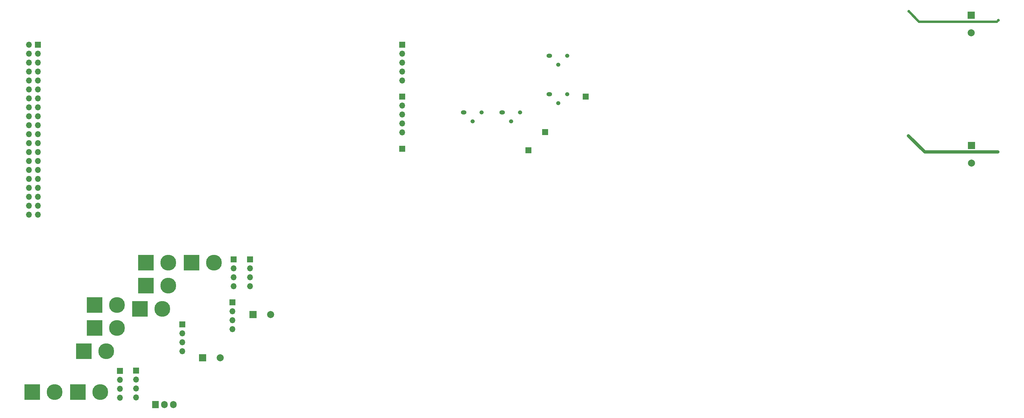
<source format=gbr>
G04 #@! TF.GenerationSoftware,KiCad,Pcbnew,(5.1.5)-3*
G04 #@! TF.CreationDate,2020-03-15T10:16:25+01:00*
G04 #@! TF.ProjectId,TFG_PCB,5446475f-5043-4422-9e6b-696361645f70,rev?*
G04 #@! TF.SameCoordinates,Original*
G04 #@! TF.FileFunction,Copper,L2,Bot*
G04 #@! TF.FilePolarity,Positive*
%FSLAX46Y46*%
G04 Gerber Fmt 4.6, Leading zero omitted, Abs format (unit mm)*
G04 Created by KiCad (PCBNEW (5.1.5)-3) date 2020-03-15 10:16:25*
%MOMM*%
%LPD*%
G04 APERTURE LIST*
%ADD10R,2.000000X2.000000*%
%ADD11C,2.000000*%
%ADD12C,4.500880*%
%ADD13R,4.500880X4.500880*%
%ADD14O,1.700000X1.700000*%
%ADD15R,1.700000X1.700000*%
%ADD16R,1.905000X2.000000*%
%ADD17O,1.905000X2.000000*%
%ADD18O,1.200000X1.200000*%
%ADD19O,1.600000X1.200000*%
%ADD20C,0.800000*%
%ADD21C,0.700000*%
%ADD22C,0.950000*%
G04 APERTURE END LIST*
D10*
X99017237Y-54462940D03*
D11*
X99017237Y-59462940D03*
D10*
X99060000Y-91440000D03*
D11*
X99060000Y-96440000D03*
X-114070353Y-151695001D03*
D10*
X-119070353Y-151695001D03*
D11*
X-99780353Y-139445001D03*
D10*
X-104780353Y-139445001D03*
D12*
X-128784999Y-131245001D03*
D13*
X-135134999Y-131245001D03*
D14*
X-137974999Y-162965001D03*
X-137974999Y-160425001D03*
X-137974999Y-157885001D03*
D15*
X-137974999Y-155345001D03*
X-124884999Y-142245001D03*
D14*
X-124884999Y-144785001D03*
X-124884999Y-147325001D03*
X-124884999Y-149865001D03*
D13*
X-154514999Y-161445001D03*
D12*
X-148164999Y-161445001D03*
D14*
X-105654999Y-131365001D03*
X-105654999Y-128825001D03*
X-105654999Y-126285001D03*
D15*
X-105654999Y-123745001D03*
D12*
X-130474999Y-137795001D03*
D13*
X-136824999Y-137795001D03*
X-135134999Y-124695001D03*
D12*
X-128784999Y-124695001D03*
D15*
X-142574999Y-155445001D03*
D14*
X-142574999Y-157985001D03*
X-142574999Y-160525001D03*
X-142574999Y-163065001D03*
D13*
X-122244999Y-124695001D03*
D12*
X-115894999Y-124695001D03*
X-146474999Y-149845001D03*
D13*
X-152824999Y-149845001D03*
X-149714999Y-136745001D03*
D12*
X-143364999Y-136745001D03*
D14*
X-110304999Y-131365001D03*
X-110304999Y-128825001D03*
X-110304999Y-126285001D03*
D15*
X-110304999Y-123745001D03*
X-110644999Y-135995001D03*
D14*
X-110644999Y-138535001D03*
X-110644999Y-141075001D03*
X-110644999Y-143615001D03*
D12*
X-161054999Y-161445001D03*
D13*
X-167404999Y-161445001D03*
X-149714999Y-143295001D03*
D12*
X-143364999Y-143295001D03*
D15*
X-165814999Y-62785001D03*
D14*
X-168354999Y-62785001D03*
X-165814999Y-65325001D03*
X-168354999Y-65325001D03*
X-165814999Y-67865001D03*
X-168354999Y-67865001D03*
X-165814999Y-70405001D03*
X-168354999Y-70405001D03*
X-165814999Y-72945001D03*
X-168354999Y-72945001D03*
X-165814999Y-75485001D03*
X-168354999Y-75485001D03*
X-165814999Y-78025001D03*
X-168354999Y-78025001D03*
X-165814999Y-80565001D03*
X-168354999Y-80565001D03*
X-165814999Y-83105001D03*
X-168354999Y-83105001D03*
X-165814999Y-85645001D03*
X-168354999Y-85645001D03*
X-165814999Y-88185001D03*
X-168354999Y-88185001D03*
X-165814999Y-90725001D03*
X-168354999Y-90725001D03*
X-165814999Y-93265001D03*
X-168354999Y-93265001D03*
X-165814999Y-95805001D03*
X-168354999Y-95805001D03*
X-165814999Y-98345001D03*
X-168354999Y-98345001D03*
X-165814999Y-100885001D03*
X-168354999Y-100885001D03*
X-165814999Y-103425001D03*
X-168354999Y-103425001D03*
X-165814999Y-105965001D03*
X-168354999Y-105965001D03*
X-165814999Y-108505001D03*
X-168354999Y-108505001D03*
X-165814999Y-111045001D03*
X-168354999Y-111045001D03*
D15*
X-21854999Y-87635001D03*
D14*
X-62404999Y-72945001D03*
X-62404999Y-70405001D03*
X-62404999Y-67865001D03*
X-62404999Y-65325001D03*
D15*
X-62404999Y-62785001D03*
X-10354999Y-77535001D03*
X-26604999Y-92785001D03*
X-62404999Y-77585001D03*
D14*
X-62404999Y-80125001D03*
X-62404999Y-82665001D03*
X-62404999Y-85205001D03*
X-62404999Y-87745001D03*
D15*
X-62404999Y-92385001D03*
D16*
X-132464999Y-164995001D03*
D17*
X-129924999Y-164995001D03*
X-127384999Y-164995001D03*
D18*
X-28964999Y-82035001D03*
X-31504999Y-84575001D03*
D19*
X-34044999Y-82035001D03*
X-20694999Y-65935001D03*
D18*
X-18154999Y-68475001D03*
X-15614999Y-65935001D03*
D19*
X-20694999Y-76885001D03*
D18*
X-18154999Y-79425001D03*
X-15614999Y-76885001D03*
X-39914999Y-82035001D03*
X-42454999Y-84575001D03*
D19*
X-44994999Y-82035001D03*
D20*
X81280000Y-53340000D03*
X106680000Y-55880000D03*
X81186883Y-88602294D03*
X106565137Y-93198356D03*
D21*
X84219999Y-56279999D02*
X106280001Y-56279999D01*
X81280000Y-53340000D02*
X84219999Y-56279999D01*
D22*
X85782945Y-93198356D02*
X106565137Y-93198356D01*
X81186883Y-88602294D02*
X85782945Y-93198356D01*
M02*

</source>
